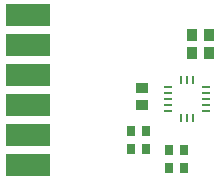
<source format=gtp>
G04 Layer_Color=7318015*
%FSLAX25Y25*%
%MOIN*%
G70*
G01*
G75*
%ADD10R,0.15000X0.07600*%
%ADD11R,0.03740X0.04134*%
%ADD12O,0.03150X0.00984*%
%ADD13O,0.00984X0.03150*%
%ADD14R,0.04134X0.03740*%
%ADD15R,0.03150X0.03740*%
D10*
X112500Y447500D02*
D03*
Y457500D02*
D03*
Y467500D02*
D03*
Y477500D02*
D03*
Y437500D02*
D03*
Y427500D02*
D03*
D11*
X167146Y471000D02*
D03*
X172854D02*
D03*
X167146Y465000D02*
D03*
X172854D02*
D03*
D12*
X159201Y453437D02*
D03*
Y451469D02*
D03*
Y449500D02*
D03*
Y447532D02*
D03*
Y445563D02*
D03*
X171799D02*
D03*
Y447532D02*
D03*
Y449500D02*
D03*
Y451469D02*
D03*
Y453437D02*
D03*
D13*
X163531Y443201D02*
D03*
X165500D02*
D03*
X167469D02*
D03*
Y455799D02*
D03*
X165500D02*
D03*
X163531D02*
D03*
D14*
X150500Y453354D02*
D03*
Y447646D02*
D03*
D15*
X164559Y426500D02*
D03*
X159441D02*
D03*
X164559Y432500D02*
D03*
X159441D02*
D03*
X152059Y439000D02*
D03*
X146941D02*
D03*
X152059Y433000D02*
D03*
X146941D02*
D03*
M02*

</source>
